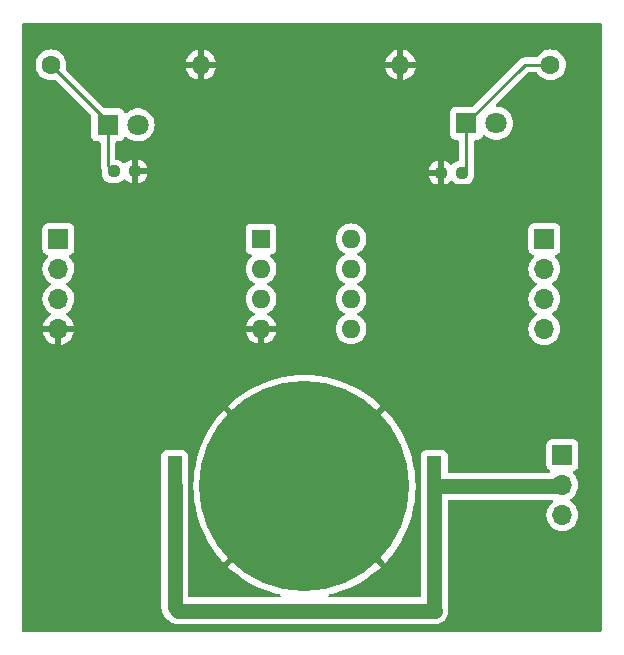
<source format=gbr>
%TF.GenerationSoftware,KiCad,Pcbnew,8.0.8*%
%TF.CreationDate,2025-02-18T10:54:12-06:00*%
%TF.ProjectId,ATTinyFlashLEDs_noSwitch,41545469-6e79-4466-9c61-73684c454473,rev?*%
%TF.SameCoordinates,Original*%
%TF.FileFunction,Copper,L2,Bot*%
%TF.FilePolarity,Positive*%
%FSLAX46Y46*%
G04 Gerber Fmt 4.6, Leading zero omitted, Abs format (unit mm)*
G04 Created by KiCad (PCBNEW 8.0.8) date 2025-02-18 10:54:12*
%MOMM*%
%LPD*%
G01*
G04 APERTURE LIST*
G04 Aperture macros list*
%AMRoundRect*
0 Rectangle with rounded corners*
0 $1 Rounding radius*
0 $2 $3 $4 $5 $6 $7 $8 $9 X,Y pos of 4 corners*
0 Add a 4 corners polygon primitive as box body*
4,1,4,$2,$3,$4,$5,$6,$7,$8,$9,$2,$3,0*
0 Add four circle primitives for the rounded corners*
1,1,$1+$1,$2,$3*
1,1,$1+$1,$4,$5*
1,1,$1+$1,$6,$7*
1,1,$1+$1,$8,$9*
0 Add four rect primitives between the rounded corners*
20,1,$1+$1,$2,$3,$4,$5,0*
20,1,$1+$1,$4,$5,$6,$7,0*
20,1,$1+$1,$6,$7,$8,$9,0*
20,1,$1+$1,$8,$9,$2,$3,0*%
G04 Aperture macros list end*
%TA.AperFunction,ComponentPad*%
%ADD10R,1.600000X1.600000*%
%TD*%
%TA.AperFunction,ComponentPad*%
%ADD11O,1.600000X1.600000*%
%TD*%
%TA.AperFunction,ComponentPad*%
%ADD12R,1.700000X1.700000*%
%TD*%
%TA.AperFunction,ComponentPad*%
%ADD13O,1.700000X1.700000*%
%TD*%
%TA.AperFunction,ComponentPad*%
%ADD14C,1.600000*%
%TD*%
%TA.AperFunction,ComponentPad*%
%ADD15R,1.800000X1.800000*%
%TD*%
%TA.AperFunction,ComponentPad*%
%ADD16C,1.800000*%
%TD*%
%TA.AperFunction,SMDPad,CuDef*%
%ADD17R,1.270000X5.080000*%
%TD*%
%TA.AperFunction,SMDPad,CuDef*%
%ADD18C,17.800000*%
%TD*%
%TA.AperFunction,SMDPad,CuDef*%
%ADD19RoundRect,0.237500X0.250000X0.237500X-0.250000X0.237500X-0.250000X-0.237500X0.250000X-0.237500X0*%
%TD*%
%TA.AperFunction,SMDPad,CuDef*%
%ADD20RoundRect,0.237500X-0.250000X-0.237500X0.250000X-0.237500X0.250000X0.237500X-0.250000X0.237500X0*%
%TD*%
%TA.AperFunction,ViaPad*%
%ADD21C,0.600000*%
%TD*%
%TA.AperFunction,Conductor*%
%ADD22C,0.254000*%
%TD*%
%TA.AperFunction,Conductor*%
%ADD23C,1.270000*%
%TD*%
G04 APERTURE END LIST*
D10*
%TO.P,U1,1,~{RESET}/PB5*%
%TO.N,Net-(J1-Pin_1)*%
X115707000Y-86116000D03*
D11*
%TO.P,U1,2,XTAL1/PB3*%
%TO.N,Net-(J1-Pin_2)*%
X115707000Y-88656000D03*
%TO.P,U1,3,XTAL2/PB4*%
%TO.N,Net-(J1-Pin_3)*%
X115707000Y-91196000D03*
%TO.P,U1,4,GND*%
%TO.N,GND*%
X115707000Y-93736000D03*
%TO.P,U1,5,AREF/PB0*%
%TO.N,Net-(J2-Pin_4)*%
X123327000Y-93736000D03*
%TO.P,U1,6,PB1*%
%TO.N,Net-(D1-A)*%
X123327000Y-91196000D03*
%TO.P,U1,7,PB2*%
%TO.N,Net-(D2-A)*%
X123327000Y-88656000D03*
%TO.P,U1,8,VCC*%
%TO.N,Net-(J2-Pin_1)*%
X123327000Y-86116000D03*
%TD*%
D12*
%TO.P,J1,1,Pin_1*%
%TO.N,Net-(J1-Pin_1)*%
X98552000Y-86106000D03*
D13*
%TO.P,J1,2,Pin_2*%
%TO.N,Net-(J1-Pin_2)*%
X98552000Y-88646000D03*
%TO.P,J1,3,Pin_3*%
%TO.N,Net-(J1-Pin_3)*%
X98552000Y-91186000D03*
%TO.P,J1,4,Pin_4*%
%TO.N,GND*%
X98552000Y-93726000D03*
%TD*%
D14*
%TO.P,R4,1*%
%TO.N,Net-(D1-K)*%
X97917000Y-71374000D03*
D11*
%TO.P,R4,2*%
%TO.N,GND*%
X110617000Y-71374000D03*
%TD*%
D15*
%TO.P,D2,1,K*%
%TO.N,Net-(D2-K)*%
X133096000Y-76327000D03*
D16*
%TO.P,D2,2,A*%
%TO.N,Net-(D2-A)*%
X135636000Y-76327000D03*
%TD*%
D12*
%TO.P,J3,1,Pin_1*%
%TO.N,Net-(J2-Pin_1)*%
X141224000Y-104409000D03*
D13*
%TO.P,J3,2,Pin_2*%
%TO.N,+3V0*%
X141224000Y-106949000D03*
%TO.P,J3,3,Pin_3*%
%TO.N,unconnected-(J3-Pin_3-Pad3)*%
X141224000Y-109489000D03*
%TD*%
D15*
%TO.P,D1,1,K*%
%TO.N,Net-(D1-K)*%
X102743000Y-76454000D03*
D16*
%TO.P,D1,2,A*%
%TO.N,Net-(D1-A)*%
X105283000Y-76454000D03*
%TD*%
D12*
%TO.P,J2,1,Pin_1*%
%TO.N,Net-(J2-Pin_1)*%
X139700000Y-86116000D03*
D13*
%TO.P,J2,2,Pin_2*%
%TO.N,Net-(D2-A)*%
X139700000Y-88656000D03*
%TO.P,J2,3,Pin_3*%
%TO.N,Net-(D1-A)*%
X139700000Y-91196000D03*
%TO.P,J2,4,Pin_4*%
%TO.N,Net-(J2-Pin_4)*%
X139700000Y-93736000D03*
%TD*%
D14*
%TO.P,R3,1*%
%TO.N,Net-(D2-K)*%
X140208000Y-71374000D03*
D11*
%TO.P,R3,2*%
%TO.N,GND*%
X127508000Y-71374000D03*
%TD*%
D17*
%TO.P,BT1,1,+*%
%TO.N,+3V0*%
X130365000Y-107061000D03*
X108395000Y-107061000D03*
D18*
%TO.P,BT1,2,-*%
%TO.N,GND*%
X119380000Y-107061000D03*
%TD*%
D19*
%TO.P,R2,1*%
%TO.N,Net-(D2-K)*%
X132738500Y-80518000D03*
%TO.P,R2,2*%
%TO.N,GND*%
X130913500Y-80518000D03*
%TD*%
D20*
%TO.P,R1,1*%
%TO.N,Net-(D1-K)*%
X103227500Y-80391000D03*
%TO.P,R1,2*%
%TO.N,GND*%
X105052500Y-80391000D03*
%TD*%
D21*
%TO.N,GND*%
X97536000Y-76708000D03*
X100076000Y-79248000D03*
X100076000Y-69088000D03*
X107696000Y-69088000D03*
X107696000Y-74168000D03*
X105156000Y-71628000D03*
X133096000Y-71628000D03*
X140716000Y-76708000D03*
X138176000Y-81788000D03*
X128016000Y-76708000D03*
X128016000Y-81788000D03*
X128016000Y-86868000D03*
X130556000Y-84328000D03*
X97536000Y-102108000D03*
X100076000Y-107188000D03*
X97536000Y-109728000D03*
X97536000Y-114808000D03*
X100076000Y-117348000D03*
X100076000Y-112268000D03*
X102616000Y-114808000D03*
X105156000Y-112268000D03*
X105156000Y-117348000D03*
X133096000Y-117348000D03*
X143256000Y-117348000D03*
X138176000Y-117348000D03*
X140716000Y-114808000D03*
X138176000Y-112268000D03*
X135636000Y-114808000D03*
X133096000Y-112268000D03*
X135636000Y-109728000D03*
X133096000Y-99568000D03*
X130556000Y-97028000D03*
X125476000Y-97028000D03*
X107696000Y-99568000D03*
X112776000Y-94488000D03*
X110236000Y-97028000D03*
X107696000Y-94488000D03*
X105156000Y-97028000D03*
X102616000Y-94488000D03*
X110236000Y-84328000D03*
X110236000Y-81788000D03*
X107696000Y-81788000D03*
X107696000Y-79248000D03*
X120396000Y-81788000D03*
X115316000Y-76708000D03*
X117856000Y-79248000D03*
X120396000Y-76708000D03*
X120396000Y-71628000D03*
X117856000Y-74168000D03*
X115316000Y-71628000D03*
X112776000Y-74168000D03*
X120396000Y-69088000D03*
X117856000Y-69088000D03*
X115316000Y-69088000D03*
X112776000Y-69088000D03*
%TD*%
D22*
%TO.N,Net-(D1-K)*%
X97917000Y-71374000D02*
X102743000Y-76200000D01*
X102743000Y-79906500D02*
X103227500Y-80391000D01*
X102743000Y-76454000D02*
X102743000Y-79906500D01*
X102743000Y-76200000D02*
X102743000Y-76454000D01*
%TO.N,Net-(D2-K)*%
X138049000Y-71374000D02*
X133096000Y-76327000D01*
X133096000Y-76327000D02*
X133096000Y-80160500D01*
X140208000Y-71374000D02*
X138049000Y-71374000D01*
X133096000Y-80160500D02*
X132738500Y-80518000D01*
D23*
%TO.N,+3V0*%
X130365000Y-107061000D02*
X130365000Y-117538000D01*
X130365000Y-107061000D02*
X141112000Y-107061000D01*
X108712000Y-117602000D02*
X108395000Y-117285000D01*
X141112000Y-107061000D02*
X141224000Y-106949000D01*
X130429000Y-117602000D02*
X108712000Y-117602000D01*
X108395000Y-117285000D02*
X108395000Y-107061000D01*
X130365000Y-117538000D02*
X130429000Y-117602000D01*
%TD*%
%TA.AperFunction,Conductor*%
%TO.N,GND*%
G36*
X144476539Y-67830185D02*
G01*
X144522294Y-67882989D01*
X144533500Y-67934500D01*
X144533500Y-119263500D01*
X144513815Y-119330539D01*
X144461011Y-119376294D01*
X144409500Y-119387500D01*
X95620500Y-119387500D01*
X95553461Y-119367815D01*
X95507706Y-119315011D01*
X95496500Y-119263500D01*
X95496500Y-104473135D01*
X107259500Y-104473135D01*
X107259500Y-117374370D01*
X107287458Y-117550894D01*
X107312306Y-117627366D01*
X107342692Y-117720885D01*
X107417596Y-117867891D01*
X107423833Y-117880132D01*
X107491946Y-117973881D01*
X107528889Y-118024728D01*
X107845889Y-118341728D01*
X107972272Y-118468111D01*
X108068669Y-118538148D01*
X108116869Y-118573168D01*
X108199708Y-118615375D01*
X108276119Y-118654309D01*
X108317802Y-118667851D01*
X108317804Y-118667853D01*
X108317805Y-118667853D01*
X108349880Y-118678275D01*
X108446103Y-118709541D01*
X108521759Y-118721523D01*
X108622630Y-118737500D01*
X108622634Y-118737500D01*
X130518372Y-118737500D01*
X130598607Y-118724791D01*
X130694897Y-118709541D01*
X130864881Y-118654309D01*
X131024132Y-118573167D01*
X131168729Y-118468111D01*
X131295111Y-118341729D01*
X131400167Y-118197132D01*
X131481309Y-118037881D01*
X131536541Y-117867897D01*
X131559826Y-117720881D01*
X131564500Y-117691372D01*
X131564500Y-117512629D01*
X131536541Y-117336105D01*
X131536541Y-117336103D01*
X131506569Y-117243859D01*
X131500500Y-117205541D01*
X131500500Y-108320500D01*
X131520185Y-108253461D01*
X131572989Y-108207706D01*
X131624500Y-108196500D01*
X140322078Y-108196500D01*
X140389117Y-108216185D01*
X140434872Y-108268989D01*
X140444816Y-108338147D01*
X140415791Y-108401703D01*
X140393201Y-108422075D01*
X140352596Y-108450506D01*
X140185505Y-108617597D01*
X140049965Y-108811169D01*
X140049964Y-108811171D01*
X139950098Y-109025335D01*
X139950094Y-109025344D01*
X139888938Y-109253586D01*
X139888936Y-109253596D01*
X139868341Y-109488999D01*
X139868341Y-109489000D01*
X139888936Y-109724403D01*
X139888938Y-109724413D01*
X139950094Y-109952655D01*
X139950096Y-109952659D01*
X139950097Y-109952663D01*
X140011408Y-110084144D01*
X140049965Y-110166830D01*
X140049967Y-110166834D01*
X140158281Y-110321521D01*
X140185505Y-110360401D01*
X140352599Y-110527495D01*
X140449384Y-110595265D01*
X140546165Y-110663032D01*
X140546167Y-110663033D01*
X140546170Y-110663035D01*
X140760337Y-110762903D01*
X140988592Y-110824063D01*
X141176918Y-110840539D01*
X141223999Y-110844659D01*
X141224000Y-110844659D01*
X141224001Y-110844659D01*
X141263234Y-110841226D01*
X141459408Y-110824063D01*
X141687663Y-110762903D01*
X141901830Y-110663035D01*
X142095401Y-110527495D01*
X142262495Y-110360401D01*
X142398035Y-110166830D01*
X142497903Y-109952663D01*
X142559063Y-109724408D01*
X142579659Y-109489000D01*
X142559063Y-109253592D01*
X142497903Y-109025337D01*
X142398035Y-108811171D01*
X142262495Y-108617599D01*
X142262494Y-108617597D01*
X142095402Y-108450506D01*
X142095396Y-108450501D01*
X141909842Y-108320575D01*
X141866217Y-108265998D01*
X141859023Y-108196500D01*
X141890546Y-108134145D01*
X141909842Y-108117425D01*
X141932026Y-108101891D01*
X142095401Y-107987495D01*
X142262495Y-107820401D01*
X142398035Y-107626830D01*
X142497903Y-107412663D01*
X142559063Y-107184408D01*
X142579659Y-106949000D01*
X142559063Y-106713592D01*
X142497903Y-106485337D01*
X142398035Y-106271171D01*
X142262495Y-106077599D01*
X142140567Y-105955671D01*
X142107084Y-105894351D01*
X142112068Y-105824659D01*
X142153939Y-105768725D01*
X142184915Y-105751810D01*
X142316331Y-105702796D01*
X142431546Y-105616546D01*
X142517796Y-105501331D01*
X142568091Y-105366483D01*
X142574500Y-105306873D01*
X142574499Y-103511128D01*
X142568091Y-103451517D01*
X142517796Y-103316669D01*
X142517795Y-103316668D01*
X142517793Y-103316664D01*
X142431547Y-103201455D01*
X142431544Y-103201452D01*
X142316335Y-103115206D01*
X142316328Y-103115202D01*
X142181482Y-103064908D01*
X142181483Y-103064908D01*
X142121883Y-103058501D01*
X142121881Y-103058500D01*
X142121873Y-103058500D01*
X142121864Y-103058500D01*
X140326129Y-103058500D01*
X140326123Y-103058501D01*
X140266516Y-103064908D01*
X140131671Y-103115202D01*
X140131664Y-103115206D01*
X140016455Y-103201452D01*
X140016452Y-103201455D01*
X139930206Y-103316664D01*
X139930202Y-103316671D01*
X139879908Y-103451517D01*
X139873501Y-103511116D01*
X139873501Y-103511123D01*
X139873500Y-103511135D01*
X139873500Y-105306870D01*
X139873501Y-105306876D01*
X139879908Y-105366483D01*
X139930202Y-105501328D01*
X139930206Y-105501335D01*
X140016452Y-105616544D01*
X140016455Y-105616547D01*
X140130917Y-105702234D01*
X140172788Y-105758168D01*
X140177772Y-105827859D01*
X140144286Y-105889182D01*
X140082963Y-105922666D01*
X140056606Y-105925500D01*
X131624499Y-105925500D01*
X131557460Y-105905815D01*
X131511705Y-105853011D01*
X131500499Y-105801500D01*
X131500499Y-104473129D01*
X131500498Y-104473123D01*
X131500497Y-104473116D01*
X131494091Y-104413517D01*
X131443796Y-104278669D01*
X131443795Y-104278668D01*
X131443793Y-104278664D01*
X131357547Y-104163455D01*
X131357544Y-104163452D01*
X131242335Y-104077206D01*
X131242328Y-104077202D01*
X131107482Y-104026908D01*
X131107483Y-104026908D01*
X131047883Y-104020501D01*
X131047881Y-104020500D01*
X131047873Y-104020500D01*
X131047864Y-104020500D01*
X129682129Y-104020500D01*
X129682123Y-104020501D01*
X129622516Y-104026908D01*
X129487671Y-104077202D01*
X129487664Y-104077206D01*
X129372455Y-104163452D01*
X129372452Y-104163455D01*
X129286206Y-104278664D01*
X129286202Y-104278671D01*
X129235908Y-104413517D01*
X129229501Y-104473116D01*
X129229501Y-104473123D01*
X129229500Y-104473135D01*
X129229500Y-116342500D01*
X129209815Y-116409539D01*
X129157011Y-116455294D01*
X129105500Y-116466500D01*
X121515675Y-116466500D01*
X121448636Y-116446815D01*
X121402881Y-116394011D01*
X121392937Y-116324853D01*
X121421962Y-116261297D01*
X121480740Y-116223523D01*
X121487518Y-116221739D01*
X121814201Y-116145567D01*
X121814209Y-116145564D01*
X122403144Y-115966913D01*
X122403159Y-115966908D01*
X122979132Y-115750127D01*
X122979155Y-115750118D01*
X123539732Y-115496123D01*
X123539759Y-115496110D01*
X124082504Y-115206008D01*
X124082526Y-115205995D01*
X124605145Y-114881010D01*
X124605155Y-114881004D01*
X125105422Y-114522517D01*
X125581161Y-114132087D01*
X125581181Y-114132070D01*
X125847800Y-113882354D01*
X125847801Y-113882354D01*
X119380000Y-107414553D01*
X112912198Y-113882354D01*
X113178818Y-114132070D01*
X113178838Y-114132087D01*
X113654577Y-114522517D01*
X113654576Y-114522517D01*
X114154844Y-114881004D01*
X114154854Y-114881010D01*
X114677473Y-115205995D01*
X114677495Y-115206008D01*
X115220240Y-115496110D01*
X115220267Y-115496123D01*
X115780844Y-115750118D01*
X115780867Y-115750127D01*
X116356840Y-115966908D01*
X116356855Y-115966913D01*
X116945790Y-116145564D01*
X116945798Y-116145567D01*
X117272482Y-116221739D01*
X117333301Y-116256133D01*
X117365870Y-116317947D01*
X117359849Y-116387557D01*
X117317151Y-116442861D01*
X117251330Y-116466302D01*
X117244325Y-116466500D01*
X109654500Y-116466500D01*
X109587461Y-116446815D01*
X109541706Y-116394011D01*
X109530500Y-116342500D01*
X109530500Y-107061000D01*
X109974964Y-107061000D01*
X109995101Y-107676130D01*
X110055424Y-108288598D01*
X110155678Y-108895828D01*
X110295432Y-109495201D01*
X110295435Y-109495209D01*
X110474086Y-110084144D01*
X110474091Y-110084159D01*
X110690872Y-110660132D01*
X110690881Y-110660155D01*
X110944876Y-111220732D01*
X110944889Y-111220759D01*
X111234991Y-111763504D01*
X111235004Y-111763526D01*
X111559989Y-112286145D01*
X111559995Y-112286155D01*
X111918482Y-112786422D01*
X112308912Y-113262161D01*
X112308929Y-113262181D01*
X112558645Y-113528801D01*
X119026446Y-107061000D01*
X119026446Y-107060999D01*
X119733553Y-107060999D01*
X119733553Y-107061000D01*
X126201353Y-113528801D01*
X126201354Y-113528800D01*
X126451070Y-113262181D01*
X126451087Y-113262161D01*
X126841517Y-112786422D01*
X127200004Y-112286155D01*
X127200010Y-112286145D01*
X127524995Y-111763526D01*
X127525008Y-111763504D01*
X127815110Y-111220759D01*
X127815123Y-111220732D01*
X128069118Y-110660155D01*
X128069127Y-110660132D01*
X128285908Y-110084159D01*
X128285913Y-110084144D01*
X128464564Y-109495209D01*
X128464567Y-109495201D01*
X128604321Y-108895828D01*
X128704575Y-108288598D01*
X128764898Y-107676130D01*
X128785035Y-107061000D01*
X128764898Y-106445869D01*
X128704575Y-105833401D01*
X128604321Y-105226171D01*
X128464567Y-104626798D01*
X128464564Y-104626790D01*
X128285913Y-104037855D01*
X128285908Y-104037840D01*
X128069127Y-103461867D01*
X128069118Y-103461844D01*
X127815123Y-102901267D01*
X127815110Y-102901240D01*
X127525008Y-102358495D01*
X127524995Y-102358473D01*
X127200010Y-101835854D01*
X127200004Y-101835844D01*
X126841517Y-101335577D01*
X126451087Y-100859838D01*
X126451070Y-100859818D01*
X126201354Y-100593198D01*
X119733553Y-107060999D01*
X119026446Y-107060999D01*
X112558645Y-100593198D01*
X112308914Y-100859835D01*
X112308912Y-100859838D01*
X111918482Y-101335577D01*
X111559995Y-101835844D01*
X111559989Y-101835854D01*
X111235004Y-102358473D01*
X111234991Y-102358495D01*
X110944889Y-102901240D01*
X110944876Y-102901267D01*
X110690881Y-103461844D01*
X110690872Y-103461867D01*
X110474091Y-104037840D01*
X110474086Y-104037855D01*
X110295435Y-104626790D01*
X110295432Y-104626798D01*
X110155678Y-105226171D01*
X110055424Y-105833401D01*
X109995101Y-106445869D01*
X109974964Y-107061000D01*
X109530500Y-107061000D01*
X109530500Y-106964039D01*
X109530499Y-106964021D01*
X109530499Y-104473129D01*
X109530498Y-104473123D01*
X109530497Y-104473116D01*
X109524091Y-104413517D01*
X109473796Y-104278669D01*
X109473795Y-104278668D01*
X109473793Y-104278664D01*
X109387547Y-104163455D01*
X109387544Y-104163452D01*
X109272335Y-104077206D01*
X109272328Y-104077202D01*
X109137482Y-104026908D01*
X109137483Y-104026908D01*
X109077883Y-104020501D01*
X109077881Y-104020500D01*
X109077873Y-104020500D01*
X109077864Y-104020500D01*
X107712129Y-104020500D01*
X107712123Y-104020501D01*
X107652516Y-104026908D01*
X107517671Y-104077202D01*
X107517664Y-104077206D01*
X107402455Y-104163452D01*
X107402452Y-104163455D01*
X107316206Y-104278664D01*
X107316202Y-104278671D01*
X107265908Y-104413517D01*
X107259501Y-104473116D01*
X107259501Y-104473123D01*
X107259500Y-104473135D01*
X95496500Y-104473135D01*
X95496500Y-100239645D01*
X112912198Y-100239645D01*
X119379999Y-106707446D01*
X125847801Y-100239645D01*
X125581181Y-99989929D01*
X125581161Y-99989912D01*
X125105422Y-99599482D01*
X125105423Y-99599482D01*
X124605155Y-99240995D01*
X124605145Y-99240989D01*
X124082526Y-98916004D01*
X124082504Y-98915991D01*
X123539759Y-98625889D01*
X123539732Y-98625876D01*
X122979155Y-98371881D01*
X122979132Y-98371872D01*
X122403159Y-98155091D01*
X122403144Y-98155086D01*
X121814209Y-97976435D01*
X121814201Y-97976432D01*
X121214828Y-97836678D01*
X120607598Y-97736424D01*
X119995130Y-97676101D01*
X119380000Y-97655964D01*
X118764869Y-97676101D01*
X118152401Y-97736424D01*
X117545171Y-97836678D01*
X116945798Y-97976432D01*
X116945790Y-97976435D01*
X116356855Y-98155086D01*
X116356840Y-98155091D01*
X115780867Y-98371872D01*
X115780844Y-98371881D01*
X115220267Y-98625876D01*
X115220240Y-98625889D01*
X114677495Y-98915991D01*
X114677473Y-98916004D01*
X114154854Y-99240989D01*
X114154844Y-99240995D01*
X113654577Y-99599482D01*
X113178838Y-99989912D01*
X113178835Y-99989914D01*
X112912198Y-100239645D01*
X95496500Y-100239645D01*
X95496500Y-88645999D01*
X97196341Y-88645999D01*
X97196341Y-88646000D01*
X97216936Y-88881403D01*
X97216938Y-88881413D01*
X97278094Y-89109655D01*
X97278096Y-89109659D01*
X97278097Y-89109663D01*
X97282761Y-89119664D01*
X97377965Y-89323830D01*
X97377967Y-89323834D01*
X97513501Y-89517395D01*
X97513506Y-89517402D01*
X97680597Y-89684493D01*
X97680603Y-89684498D01*
X97866158Y-89814425D01*
X97909783Y-89869002D01*
X97916977Y-89938500D01*
X97885454Y-90000855D01*
X97866158Y-90017575D01*
X97680597Y-90147505D01*
X97513505Y-90314597D01*
X97377965Y-90508169D01*
X97377964Y-90508171D01*
X97278098Y-90722335D01*
X97278094Y-90722344D01*
X97216938Y-90950586D01*
X97216936Y-90950596D01*
X97196341Y-91185999D01*
X97196341Y-91186000D01*
X97216936Y-91421403D01*
X97216938Y-91421413D01*
X97278094Y-91649655D01*
X97278096Y-91649659D01*
X97278097Y-91649663D01*
X97282761Y-91659664D01*
X97377965Y-91863830D01*
X97377967Y-91863834D01*
X97513501Y-92057395D01*
X97513506Y-92057402D01*
X97680597Y-92224493D01*
X97680603Y-92224498D01*
X97694880Y-92234495D01*
X97865398Y-92353893D01*
X97866594Y-92354730D01*
X97910219Y-92409307D01*
X97917413Y-92478805D01*
X97885890Y-92541160D01*
X97866595Y-92557880D01*
X97680922Y-92687890D01*
X97680920Y-92687891D01*
X97513891Y-92854920D01*
X97513886Y-92854926D01*
X97378400Y-93048420D01*
X97378399Y-93048422D01*
X97278570Y-93262507D01*
X97278567Y-93262513D01*
X97221364Y-93475999D01*
X97221364Y-93476000D01*
X98118988Y-93476000D01*
X98086075Y-93533007D01*
X98052000Y-93660174D01*
X98052000Y-93791826D01*
X98086075Y-93918993D01*
X98118988Y-93976000D01*
X97221364Y-93976000D01*
X97278567Y-94189486D01*
X97278570Y-94189492D01*
X97378399Y-94403578D01*
X97513894Y-94597082D01*
X97680917Y-94764105D01*
X97874421Y-94899600D01*
X98088507Y-94999429D01*
X98088516Y-94999433D01*
X98302000Y-95056634D01*
X98302000Y-94159012D01*
X98359007Y-94191925D01*
X98486174Y-94226000D01*
X98617826Y-94226000D01*
X98744993Y-94191925D01*
X98802000Y-94159012D01*
X98802000Y-95056633D01*
X99015483Y-94999433D01*
X99015492Y-94999429D01*
X99229578Y-94899600D01*
X99423082Y-94764105D01*
X99590105Y-94597082D01*
X99725600Y-94403578D01*
X99825429Y-94189492D01*
X99825432Y-94189486D01*
X99882636Y-93976000D01*
X98985012Y-93976000D01*
X99017925Y-93918993D01*
X99052000Y-93791826D01*
X99052000Y-93660174D01*
X99017925Y-93533007D01*
X98985012Y-93476000D01*
X99882636Y-93476000D01*
X99882635Y-93475999D01*
X99825432Y-93262513D01*
X99825429Y-93262507D01*
X99725600Y-93048422D01*
X99725599Y-93048420D01*
X99590113Y-92854926D01*
X99590108Y-92854920D01*
X99423078Y-92687890D01*
X99237405Y-92557879D01*
X99193780Y-92503302D01*
X99186588Y-92433804D01*
X99218110Y-92371449D01*
X99237406Y-92354730D01*
X99423401Y-92224495D01*
X99590495Y-92057401D01*
X99726035Y-91863830D01*
X99825903Y-91649663D01*
X99887063Y-91421408D01*
X99907659Y-91186000D01*
X99887063Y-90950592D01*
X99828584Y-90732344D01*
X99825905Y-90722344D01*
X99825904Y-90722343D01*
X99825903Y-90722337D01*
X99726035Y-90508171D01*
X99590495Y-90314599D01*
X99590494Y-90314597D01*
X99423402Y-90147506D01*
X99423396Y-90147501D01*
X99237842Y-90017575D01*
X99194217Y-89962998D01*
X99187023Y-89893500D01*
X99218546Y-89831145D01*
X99237842Y-89814425D01*
X99409115Y-89694498D01*
X99423401Y-89684495D01*
X99590495Y-89517401D01*
X99726035Y-89323830D01*
X99825903Y-89109663D01*
X99887063Y-88881408D01*
X99906784Y-88655998D01*
X114401532Y-88655998D01*
X114401532Y-88656001D01*
X114421364Y-88882686D01*
X114421366Y-88882697D01*
X114480258Y-89102488D01*
X114480261Y-89102497D01*
X114576431Y-89308732D01*
X114576432Y-89308734D01*
X114706954Y-89495141D01*
X114867858Y-89656045D01*
X114867861Y-89656047D01*
X115054266Y-89786568D01*
X115112275Y-89813618D01*
X115164714Y-89859791D01*
X115183866Y-89926984D01*
X115163650Y-89993865D01*
X115112275Y-90038382D01*
X115054267Y-90065431D01*
X115054265Y-90065432D01*
X114867858Y-90195954D01*
X114706954Y-90356858D01*
X114576432Y-90543265D01*
X114576431Y-90543267D01*
X114480261Y-90749502D01*
X114480258Y-90749511D01*
X114421366Y-90969302D01*
X114421364Y-90969313D01*
X114401532Y-91195998D01*
X114401532Y-91196001D01*
X114421364Y-91422686D01*
X114421366Y-91422697D01*
X114480258Y-91642488D01*
X114480261Y-91642497D01*
X114576431Y-91848732D01*
X114576432Y-91848734D01*
X114706954Y-92035141D01*
X114867858Y-92196045D01*
X114867861Y-92196047D01*
X115054266Y-92326568D01*
X115112865Y-92353893D01*
X115165305Y-92400065D01*
X115184457Y-92467258D01*
X115164242Y-92534139D01*
X115112867Y-92578657D01*
X115054515Y-92605867D01*
X114868179Y-92736342D01*
X114707342Y-92897179D01*
X114576865Y-93083517D01*
X114480734Y-93289673D01*
X114480730Y-93289682D01*
X114428127Y-93485999D01*
X114428128Y-93486000D01*
X115391314Y-93486000D01*
X115386920Y-93490394D01*
X115334259Y-93581606D01*
X115307000Y-93683339D01*
X115307000Y-93788661D01*
X115334259Y-93890394D01*
X115386920Y-93981606D01*
X115391314Y-93986000D01*
X114428128Y-93986000D01*
X114480730Y-94182317D01*
X114480734Y-94182326D01*
X114576865Y-94388482D01*
X114707342Y-94574820D01*
X114868179Y-94735657D01*
X115054517Y-94866134D01*
X115260673Y-94962265D01*
X115260682Y-94962269D01*
X115456999Y-95014872D01*
X115457000Y-95014871D01*
X115457000Y-94051686D01*
X115461394Y-94056080D01*
X115552606Y-94108741D01*
X115654339Y-94136000D01*
X115759661Y-94136000D01*
X115861394Y-94108741D01*
X115952606Y-94056080D01*
X115957000Y-94051686D01*
X115957000Y-95014872D01*
X116153317Y-94962269D01*
X116153326Y-94962265D01*
X116359482Y-94866134D01*
X116545820Y-94735657D01*
X116706657Y-94574820D01*
X116837134Y-94388482D01*
X116933265Y-94182326D01*
X116933269Y-94182317D01*
X116985872Y-93986000D01*
X116022686Y-93986000D01*
X116027080Y-93981606D01*
X116079741Y-93890394D01*
X116107000Y-93788661D01*
X116107000Y-93683339D01*
X116079741Y-93581606D01*
X116027080Y-93490394D01*
X116022686Y-93486000D01*
X116985872Y-93486000D01*
X116985872Y-93485999D01*
X116933269Y-93289682D01*
X116933265Y-93289673D01*
X116837134Y-93083517D01*
X116706657Y-92897179D01*
X116545820Y-92736342D01*
X116359482Y-92605865D01*
X116301133Y-92578657D01*
X116248694Y-92532484D01*
X116229542Y-92465291D01*
X116249758Y-92398410D01*
X116301129Y-92353895D01*
X116359734Y-92326568D01*
X116546139Y-92196047D01*
X116707047Y-92035139D01*
X116837568Y-91848734D01*
X116933739Y-91642496D01*
X116992635Y-91422692D01*
X117012468Y-91196000D01*
X116992635Y-90969308D01*
X116933739Y-90749504D01*
X116837568Y-90543266D01*
X116707047Y-90356861D01*
X116707045Y-90356858D01*
X116546141Y-90195954D01*
X116359734Y-90065432D01*
X116359728Y-90065429D01*
X116301725Y-90038382D01*
X116249285Y-89992210D01*
X116230133Y-89925017D01*
X116250348Y-89858135D01*
X116301725Y-89813618D01*
X116359734Y-89786568D01*
X116546139Y-89656047D01*
X116707047Y-89495139D01*
X116837568Y-89308734D01*
X116933739Y-89102496D01*
X116992635Y-88882692D01*
X117012468Y-88656000D01*
X116992635Y-88429308D01*
X116933739Y-88209504D01*
X116837568Y-88003266D01*
X116707047Y-87816861D01*
X116707045Y-87816858D01*
X116546143Y-87655956D01*
X116541454Y-87652673D01*
X116521535Y-87638725D01*
X116477912Y-87584149D01*
X116470719Y-87514650D01*
X116502241Y-87452296D01*
X116562471Y-87416882D01*
X116579404Y-87413861D01*
X116614483Y-87410091D01*
X116749331Y-87359796D01*
X116864546Y-87273546D01*
X116950796Y-87158331D01*
X117001091Y-87023483D01*
X117007500Y-86963873D01*
X117007499Y-86115998D01*
X122021532Y-86115998D01*
X122021532Y-86116001D01*
X122041364Y-86342686D01*
X122041366Y-86342697D01*
X122100258Y-86562488D01*
X122100261Y-86562497D01*
X122196431Y-86768732D01*
X122196432Y-86768734D01*
X122326954Y-86955141D01*
X122487858Y-87116045D01*
X122487861Y-87116047D01*
X122674266Y-87246568D01*
X122732275Y-87273618D01*
X122784714Y-87319791D01*
X122803866Y-87386984D01*
X122783650Y-87453865D01*
X122732275Y-87498381D01*
X122715272Y-87506310D01*
X122674267Y-87525431D01*
X122674265Y-87525432D01*
X122487858Y-87655954D01*
X122326954Y-87816858D01*
X122196432Y-88003265D01*
X122196431Y-88003267D01*
X122100261Y-88209502D01*
X122100258Y-88209511D01*
X122041366Y-88429302D01*
X122041364Y-88429313D01*
X122021532Y-88655998D01*
X122021532Y-88656001D01*
X122041364Y-88882686D01*
X122041366Y-88882697D01*
X122100258Y-89102488D01*
X122100261Y-89102497D01*
X122196431Y-89308732D01*
X122196432Y-89308734D01*
X122326954Y-89495141D01*
X122487858Y-89656045D01*
X122487861Y-89656047D01*
X122674266Y-89786568D01*
X122732275Y-89813618D01*
X122784714Y-89859791D01*
X122803866Y-89926984D01*
X122783650Y-89993865D01*
X122732275Y-90038382D01*
X122674267Y-90065431D01*
X122674265Y-90065432D01*
X122487858Y-90195954D01*
X122326954Y-90356858D01*
X122196432Y-90543265D01*
X122196431Y-90543267D01*
X122100261Y-90749502D01*
X122100258Y-90749511D01*
X122041366Y-90969302D01*
X122041364Y-90969313D01*
X122021532Y-91195998D01*
X122021532Y-91196001D01*
X122041364Y-91422686D01*
X122041366Y-91422697D01*
X122100258Y-91642488D01*
X122100261Y-91642497D01*
X122196431Y-91848732D01*
X122196432Y-91848734D01*
X122326954Y-92035141D01*
X122487858Y-92196045D01*
X122487861Y-92196047D01*
X122674266Y-92326568D01*
X122732275Y-92353618D01*
X122784714Y-92399791D01*
X122803866Y-92466984D01*
X122783650Y-92533865D01*
X122732275Y-92578382D01*
X122674267Y-92605431D01*
X122674265Y-92605432D01*
X122487858Y-92735954D01*
X122326954Y-92896858D01*
X122196432Y-93083265D01*
X122196431Y-93083267D01*
X122100261Y-93289502D01*
X122100258Y-93289511D01*
X122041366Y-93509302D01*
X122041364Y-93509313D01*
X122021532Y-93735998D01*
X122021532Y-93736001D01*
X122041364Y-93962686D01*
X122041366Y-93962697D01*
X122100258Y-94182488D01*
X122100261Y-94182497D01*
X122196431Y-94388732D01*
X122196432Y-94388734D01*
X122326954Y-94575141D01*
X122487858Y-94736045D01*
X122487861Y-94736047D01*
X122674266Y-94866568D01*
X122880504Y-94962739D01*
X123100308Y-95021635D01*
X123262230Y-95035801D01*
X123326998Y-95041468D01*
X123327000Y-95041468D01*
X123327002Y-95041468D01*
X123383673Y-95036509D01*
X123553692Y-95021635D01*
X123773496Y-94962739D01*
X123979734Y-94866568D01*
X124166139Y-94736047D01*
X124327047Y-94575139D01*
X124457568Y-94388734D01*
X124553739Y-94182496D01*
X124612635Y-93962692D01*
X124632468Y-93736000D01*
X124612635Y-93509308D01*
X124566198Y-93336000D01*
X124553741Y-93289511D01*
X124553738Y-93289502D01*
X124457568Y-93083267D01*
X124457567Y-93083265D01*
X124327045Y-92896858D01*
X124166141Y-92735954D01*
X123979734Y-92605432D01*
X123979728Y-92605429D01*
X123921725Y-92578382D01*
X123869285Y-92532210D01*
X123850133Y-92465017D01*
X123870348Y-92398135D01*
X123921725Y-92353618D01*
X123979734Y-92326568D01*
X124166139Y-92196047D01*
X124327047Y-92035139D01*
X124457568Y-91848734D01*
X124553739Y-91642496D01*
X124612635Y-91422692D01*
X124632468Y-91196000D01*
X124612635Y-90969308D01*
X124553739Y-90749504D01*
X124457568Y-90543266D01*
X124327047Y-90356861D01*
X124327045Y-90356858D01*
X124166141Y-90195954D01*
X123979734Y-90065432D01*
X123979728Y-90065429D01*
X123921725Y-90038382D01*
X123869285Y-89992210D01*
X123850133Y-89925017D01*
X123870348Y-89858135D01*
X123921725Y-89813618D01*
X123979734Y-89786568D01*
X124166139Y-89656047D01*
X124327047Y-89495139D01*
X124457568Y-89308734D01*
X124553739Y-89102496D01*
X124612635Y-88882692D01*
X124632468Y-88656000D01*
X124632468Y-88655999D01*
X138344341Y-88655999D01*
X138344341Y-88656000D01*
X138364936Y-88891403D01*
X138364938Y-88891413D01*
X138426094Y-89119655D01*
X138426096Y-89119659D01*
X138426097Y-89119663D01*
X138514262Y-89308732D01*
X138525965Y-89333830D01*
X138525967Y-89333834D01*
X138661501Y-89527395D01*
X138661506Y-89527402D01*
X138828597Y-89694493D01*
X138828603Y-89694498D01*
X139014158Y-89824425D01*
X139057783Y-89879002D01*
X139064977Y-89948500D01*
X139033454Y-90010855D01*
X139014158Y-90027575D01*
X138828597Y-90157505D01*
X138661505Y-90324597D01*
X138525965Y-90518169D01*
X138525964Y-90518171D01*
X138426098Y-90732335D01*
X138426094Y-90732344D01*
X138364938Y-90960586D01*
X138364936Y-90960596D01*
X138344341Y-91195999D01*
X138344341Y-91196000D01*
X138364936Y-91431403D01*
X138364938Y-91431413D01*
X138426094Y-91659655D01*
X138426096Y-91659659D01*
X138426097Y-91659663D01*
X138514262Y-91848732D01*
X138525965Y-91873830D01*
X138525967Y-91873834D01*
X138661501Y-92067395D01*
X138661506Y-92067402D01*
X138828597Y-92234493D01*
X138828603Y-92234498D01*
X139014158Y-92364425D01*
X139057783Y-92419002D01*
X139064977Y-92488500D01*
X139033454Y-92550855D01*
X139014158Y-92567575D01*
X138828597Y-92697505D01*
X138661505Y-92864597D01*
X138525965Y-93058169D01*
X138525964Y-93058171D01*
X138426098Y-93272335D01*
X138426094Y-93272344D01*
X138364938Y-93500586D01*
X138364936Y-93500596D01*
X138344341Y-93735999D01*
X138344341Y-93736000D01*
X138364936Y-93971403D01*
X138364938Y-93971413D01*
X138426094Y-94199655D01*
X138426096Y-94199659D01*
X138426097Y-94199663D01*
X138514145Y-94388482D01*
X138525965Y-94413830D01*
X138525967Y-94413834D01*
X138634281Y-94568521D01*
X138661505Y-94607401D01*
X138828599Y-94774495D01*
X138925384Y-94842265D01*
X139022165Y-94910032D01*
X139022167Y-94910033D01*
X139022170Y-94910035D01*
X139236337Y-95009903D01*
X139236343Y-95009904D01*
X139236344Y-95009905D01*
X139280114Y-95021633D01*
X139464592Y-95071063D01*
X139652918Y-95087539D01*
X139699999Y-95091659D01*
X139700000Y-95091659D01*
X139700001Y-95091659D01*
X139739234Y-95088226D01*
X139935408Y-95071063D01*
X140163663Y-95009903D01*
X140377830Y-94910035D01*
X140571401Y-94774495D01*
X140738495Y-94607401D01*
X140874035Y-94413830D01*
X140973903Y-94199663D01*
X141035063Y-93971408D01*
X141055659Y-93736000D01*
X141035063Y-93500592D01*
X140973903Y-93272337D01*
X140874035Y-93058171D01*
X140867208Y-93048420D01*
X140738494Y-92864597D01*
X140571402Y-92697506D01*
X140571396Y-92697501D01*
X140385842Y-92567575D01*
X140342217Y-92512998D01*
X140335023Y-92443500D01*
X140366546Y-92381145D01*
X140385842Y-92364425D01*
X140439910Y-92326566D01*
X140571401Y-92234495D01*
X140738495Y-92067401D01*
X140874035Y-91873830D01*
X140973903Y-91659663D01*
X141035063Y-91431408D01*
X141055659Y-91196000D01*
X141035063Y-90960592D01*
X140973903Y-90732337D01*
X140874035Y-90518171D01*
X140738495Y-90324599D01*
X140738494Y-90324597D01*
X140571402Y-90157506D01*
X140571396Y-90157501D01*
X140385842Y-90027575D01*
X140342217Y-89972998D01*
X140335023Y-89903500D01*
X140366546Y-89841145D01*
X140385842Y-89824425D01*
X140439909Y-89786567D01*
X140571401Y-89694495D01*
X140738495Y-89527401D01*
X140874035Y-89333830D01*
X140973903Y-89119663D01*
X141035063Y-88891408D01*
X141055659Y-88656000D01*
X141035063Y-88420592D01*
X140973903Y-88192337D01*
X140874035Y-87978171D01*
X140738495Y-87784599D01*
X140616567Y-87662671D01*
X140583084Y-87601351D01*
X140588068Y-87531659D01*
X140629939Y-87475725D01*
X140660915Y-87458810D01*
X140792331Y-87409796D01*
X140907546Y-87323546D01*
X140993796Y-87208331D01*
X141044091Y-87073483D01*
X141050500Y-87013873D01*
X141050499Y-85218128D01*
X141044091Y-85158517D01*
X141040361Y-85148517D01*
X140993797Y-85023671D01*
X140993793Y-85023664D01*
X140907547Y-84908455D01*
X140907544Y-84908452D01*
X140792335Y-84822206D01*
X140792328Y-84822202D01*
X140657482Y-84771908D01*
X140657483Y-84771908D01*
X140597883Y-84765501D01*
X140597881Y-84765500D01*
X140597873Y-84765500D01*
X140597864Y-84765500D01*
X138802129Y-84765500D01*
X138802123Y-84765501D01*
X138742516Y-84771908D01*
X138607671Y-84822202D01*
X138607664Y-84822206D01*
X138492455Y-84908452D01*
X138492452Y-84908455D01*
X138406206Y-85023664D01*
X138406202Y-85023671D01*
X138355908Y-85158517D01*
X138350575Y-85208127D01*
X138349501Y-85218123D01*
X138349500Y-85218135D01*
X138349500Y-87013870D01*
X138349501Y-87013876D01*
X138355908Y-87073483D01*
X138406202Y-87208328D01*
X138406206Y-87208335D01*
X138492452Y-87323544D01*
X138492455Y-87323547D01*
X138607664Y-87409793D01*
X138607671Y-87409797D01*
X138739081Y-87458810D01*
X138795015Y-87500681D01*
X138819432Y-87566145D01*
X138804580Y-87634418D01*
X138783430Y-87662673D01*
X138661503Y-87784600D01*
X138525965Y-87978169D01*
X138525964Y-87978171D01*
X138426098Y-88192335D01*
X138426094Y-88192344D01*
X138364938Y-88420586D01*
X138364936Y-88420596D01*
X138344341Y-88655999D01*
X124632468Y-88655999D01*
X124612635Y-88429308D01*
X124553739Y-88209504D01*
X124457568Y-88003266D01*
X124327047Y-87816861D01*
X124327045Y-87816858D01*
X124166141Y-87655954D01*
X123979734Y-87525432D01*
X123979728Y-87525429D01*
X123952038Y-87512517D01*
X123921724Y-87498381D01*
X123869285Y-87452210D01*
X123850133Y-87385017D01*
X123870348Y-87318135D01*
X123921725Y-87273618D01*
X123979734Y-87246568D01*
X124166139Y-87116047D01*
X124327047Y-86955139D01*
X124457568Y-86768734D01*
X124553739Y-86562496D01*
X124612635Y-86342692D01*
X124632468Y-86116000D01*
X124612635Y-85889308D01*
X124553739Y-85669504D01*
X124457568Y-85463266D01*
X124327047Y-85276861D01*
X124327045Y-85276858D01*
X124166141Y-85115954D01*
X123979734Y-84985432D01*
X123979732Y-84985431D01*
X123773497Y-84889261D01*
X123773488Y-84889258D01*
X123553697Y-84830366D01*
X123553693Y-84830365D01*
X123553692Y-84830365D01*
X123553691Y-84830364D01*
X123553686Y-84830364D01*
X123327002Y-84810532D01*
X123326998Y-84810532D01*
X123100313Y-84830364D01*
X123100302Y-84830366D01*
X122880511Y-84889258D01*
X122880502Y-84889261D01*
X122674267Y-84985431D01*
X122674265Y-84985432D01*
X122487858Y-85115954D01*
X122326954Y-85276858D01*
X122196432Y-85463265D01*
X122196431Y-85463267D01*
X122100261Y-85669502D01*
X122100258Y-85669511D01*
X122041366Y-85889302D01*
X122041364Y-85889313D01*
X122021532Y-86115998D01*
X117007499Y-86115998D01*
X117007499Y-85268128D01*
X117001091Y-85208517D01*
X117000946Y-85208129D01*
X116950797Y-85073671D01*
X116950793Y-85073664D01*
X116864547Y-84958455D01*
X116864544Y-84958452D01*
X116749335Y-84872206D01*
X116749328Y-84872202D01*
X116614482Y-84821908D01*
X116614483Y-84821908D01*
X116554883Y-84815501D01*
X116554881Y-84815500D01*
X116554873Y-84815500D01*
X116554864Y-84815500D01*
X114859129Y-84815500D01*
X114859123Y-84815501D01*
X114799516Y-84821908D01*
X114664671Y-84872202D01*
X114664664Y-84872206D01*
X114549455Y-84958452D01*
X114549452Y-84958455D01*
X114463206Y-85073664D01*
X114463202Y-85073671D01*
X114412908Y-85208517D01*
X114406501Y-85268116D01*
X114406501Y-85268123D01*
X114406500Y-85268135D01*
X114406500Y-86963870D01*
X114406501Y-86963876D01*
X114412908Y-87023483D01*
X114463202Y-87158328D01*
X114463206Y-87158335D01*
X114549452Y-87273544D01*
X114549455Y-87273547D01*
X114664664Y-87359793D01*
X114664671Y-87359797D01*
X114709618Y-87376561D01*
X114799517Y-87410091D01*
X114834596Y-87413862D01*
X114899144Y-87440599D01*
X114938993Y-87497991D01*
X114941488Y-87567816D01*
X114905836Y-87627905D01*
X114892464Y-87638725D01*
X114867858Y-87655954D01*
X114706954Y-87816858D01*
X114576432Y-88003265D01*
X114576431Y-88003267D01*
X114480261Y-88209502D01*
X114480258Y-88209511D01*
X114421366Y-88429302D01*
X114421364Y-88429313D01*
X114401532Y-88655998D01*
X99906784Y-88655998D01*
X99907659Y-88646000D01*
X99887063Y-88410592D01*
X99828584Y-88192344D01*
X99825905Y-88182344D01*
X99825904Y-88182343D01*
X99825903Y-88182337D01*
X99726035Y-87968171D01*
X99590495Y-87774599D01*
X99468567Y-87652671D01*
X99435084Y-87591351D01*
X99440068Y-87521659D01*
X99481939Y-87465725D01*
X99512915Y-87448810D01*
X99644331Y-87399796D01*
X99759546Y-87313546D01*
X99845796Y-87198331D01*
X99896091Y-87063483D01*
X99902500Y-87003873D01*
X99902499Y-85208128D01*
X99896091Y-85148517D01*
X99883945Y-85115953D01*
X99845797Y-85013671D01*
X99845793Y-85013664D01*
X99759547Y-84898455D01*
X99759544Y-84898452D01*
X99644335Y-84812206D01*
X99644328Y-84812202D01*
X99509482Y-84761908D01*
X99509483Y-84761908D01*
X99449883Y-84755501D01*
X99449881Y-84755500D01*
X99449873Y-84755500D01*
X99449864Y-84755500D01*
X97654129Y-84755500D01*
X97654123Y-84755501D01*
X97594516Y-84761908D01*
X97459671Y-84812202D01*
X97459664Y-84812206D01*
X97344455Y-84898452D01*
X97344452Y-84898455D01*
X97258206Y-85013664D01*
X97258202Y-85013671D01*
X97207908Y-85148517D01*
X97201501Y-85208116D01*
X97201501Y-85208123D01*
X97201500Y-85208135D01*
X97201500Y-87003870D01*
X97201501Y-87003876D01*
X97207908Y-87063483D01*
X97258202Y-87198328D01*
X97258206Y-87198335D01*
X97344452Y-87313544D01*
X97344455Y-87313547D01*
X97459664Y-87399793D01*
X97459671Y-87399797D01*
X97591081Y-87448810D01*
X97647015Y-87490681D01*
X97671432Y-87556145D01*
X97656580Y-87624418D01*
X97635430Y-87652673D01*
X97513503Y-87774600D01*
X97377965Y-87968169D01*
X97377964Y-87968171D01*
X97278098Y-88182335D01*
X97278094Y-88182344D01*
X97216938Y-88410586D01*
X97216936Y-88410596D01*
X97196341Y-88645999D01*
X95496500Y-88645999D01*
X95496500Y-71373998D01*
X96611532Y-71373998D01*
X96611532Y-71374001D01*
X96631364Y-71600686D01*
X96631366Y-71600697D01*
X96690258Y-71820488D01*
X96690261Y-71820497D01*
X96786431Y-72026732D01*
X96786432Y-72026734D01*
X96916954Y-72213141D01*
X97077858Y-72374045D01*
X97077861Y-72374047D01*
X97264266Y-72504568D01*
X97470504Y-72600739D01*
X97690308Y-72659635D01*
X97852230Y-72673801D01*
X97916998Y-72679468D01*
X97917000Y-72679468D01*
X97917002Y-72679468D01*
X97948421Y-72676719D01*
X98143692Y-72659635D01*
X98209815Y-72641917D01*
X98279665Y-72643578D01*
X98329591Y-72674010D01*
X101306181Y-75650600D01*
X101339666Y-75711923D01*
X101342500Y-75738281D01*
X101342500Y-77401870D01*
X101342501Y-77401876D01*
X101348908Y-77461483D01*
X101399202Y-77596328D01*
X101399206Y-77596335D01*
X101485452Y-77711544D01*
X101485455Y-77711547D01*
X101600664Y-77797793D01*
X101600671Y-77797797D01*
X101606543Y-77799987D01*
X101735517Y-77848091D01*
X101795127Y-77854500D01*
X101991500Y-77854499D01*
X102058539Y-77874183D01*
X102104294Y-77926987D01*
X102115500Y-77978499D01*
X102115500Y-79968307D01*
X102139612Y-80089529D01*
X102139615Y-80089538D01*
X102151400Y-80117986D01*
X102151401Y-80117993D01*
X102151402Y-80117993D01*
X102186914Y-80203728D01*
X102186915Y-80203730D01*
X102186916Y-80203732D01*
X102186917Y-80203733D01*
X102205353Y-80231324D01*
X102218601Y-80251152D01*
X102239480Y-80317827D01*
X102239500Y-80320042D01*
X102239500Y-80677669D01*
X102239501Y-80677687D01*
X102249825Y-80778752D01*
X102286109Y-80888249D01*
X102304092Y-80942516D01*
X102394660Y-81089350D01*
X102516650Y-81211340D01*
X102663484Y-81301908D01*
X102827247Y-81356174D01*
X102928323Y-81366500D01*
X103526676Y-81366499D01*
X103526684Y-81366498D01*
X103526687Y-81366498D01*
X103582030Y-81360844D01*
X103627753Y-81356174D01*
X103791516Y-81301908D01*
X103938350Y-81211340D01*
X104052675Y-81097014D01*
X104113994Y-81063532D01*
X104183686Y-81068516D01*
X104228034Y-81097017D01*
X104341961Y-81210944D01*
X104341965Y-81210947D01*
X104488688Y-81301448D01*
X104488699Y-81301453D01*
X104652347Y-81355680D01*
X104753351Y-81365999D01*
X105302500Y-81365999D01*
X105351640Y-81365999D01*
X105351654Y-81365998D01*
X105452652Y-81355680D01*
X105616300Y-81301453D01*
X105616311Y-81301448D01*
X105763034Y-81210947D01*
X105763038Y-81210944D01*
X105884944Y-81089038D01*
X105884947Y-81089034D01*
X105975448Y-80942311D01*
X105975453Y-80942300D01*
X106021064Y-80804654D01*
X129926001Y-80804654D01*
X129936319Y-80905652D01*
X129990546Y-81069300D01*
X129990551Y-81069311D01*
X130081052Y-81216034D01*
X130081055Y-81216038D01*
X130202961Y-81337944D01*
X130202965Y-81337947D01*
X130349688Y-81428448D01*
X130349699Y-81428453D01*
X130513347Y-81482680D01*
X130614351Y-81492999D01*
X130663499Y-81492998D01*
X130663500Y-81492998D01*
X130663500Y-80768000D01*
X129926001Y-80768000D01*
X129926001Y-80804654D01*
X106021064Y-80804654D01*
X106029680Y-80778652D01*
X106039999Y-80677654D01*
X106040000Y-80677641D01*
X106040000Y-80641000D01*
X105302500Y-80641000D01*
X105302500Y-81365999D01*
X104753351Y-81365999D01*
X104802499Y-81365998D01*
X104802500Y-81365998D01*
X104802500Y-80231345D01*
X129926000Y-80231345D01*
X129926000Y-80268000D01*
X130663500Y-80268000D01*
X130663500Y-79543000D01*
X131163500Y-79543000D01*
X131163500Y-81492999D01*
X131212640Y-81492999D01*
X131212654Y-81492998D01*
X131313652Y-81482680D01*
X131477300Y-81428453D01*
X131477311Y-81428448D01*
X131624033Y-81337948D01*
X131737964Y-81224017D01*
X131799287Y-81190532D01*
X131868979Y-81195516D01*
X131913327Y-81224017D01*
X132027650Y-81338340D01*
X132174484Y-81428908D01*
X132338247Y-81483174D01*
X132439323Y-81493500D01*
X133037676Y-81493499D01*
X133037684Y-81493498D01*
X133037687Y-81493498D01*
X133093030Y-81487844D01*
X133138753Y-81483174D01*
X133302516Y-81428908D01*
X133449350Y-81338340D01*
X133571340Y-81216350D01*
X133661908Y-81069516D01*
X133716174Y-80905753D01*
X133726500Y-80804677D01*
X133726499Y-80231324D01*
X133724141Y-80208249D01*
X133723500Y-80195648D01*
X133723500Y-77851499D01*
X133743185Y-77784460D01*
X133795989Y-77738705D01*
X133847500Y-77727499D01*
X134043871Y-77727499D01*
X134043872Y-77727499D01*
X134103483Y-77721091D01*
X134238331Y-77670796D01*
X134353546Y-77584546D01*
X134439796Y-77469331D01*
X134464957Y-77401872D01*
X134468455Y-77392493D01*
X134510326Y-77336559D01*
X134575790Y-77312141D01*
X134644063Y-77326992D01*
X134675866Y-77351843D01*
X134683302Y-77359920D01*
X134684215Y-77360912D01*
X134684222Y-77360918D01*
X134867365Y-77503464D01*
X134867371Y-77503468D01*
X134867374Y-77503470D01*
X135071497Y-77613936D01*
X135185487Y-77653068D01*
X135291015Y-77689297D01*
X135291017Y-77689297D01*
X135291019Y-77689298D01*
X135519951Y-77727500D01*
X135519952Y-77727500D01*
X135752048Y-77727500D01*
X135752049Y-77727500D01*
X135980981Y-77689298D01*
X136200503Y-77613936D01*
X136404626Y-77503470D01*
X136587784Y-77360913D01*
X136744979Y-77190153D01*
X136871924Y-76995849D01*
X136965157Y-76783300D01*
X137022134Y-76558305D01*
X137022135Y-76558297D01*
X137041300Y-76327006D01*
X137041300Y-76326993D01*
X137022135Y-76095702D01*
X137022133Y-76095691D01*
X136965157Y-75870699D01*
X136871924Y-75658151D01*
X136744983Y-75463852D01*
X136744980Y-75463849D01*
X136744979Y-75463847D01*
X136587784Y-75293087D01*
X136587779Y-75293083D01*
X136587777Y-75293081D01*
X136404634Y-75150535D01*
X136404628Y-75150531D01*
X136200504Y-75040064D01*
X136200495Y-75040061D01*
X135980984Y-74964702D01*
X135790450Y-74932908D01*
X135752049Y-74926500D01*
X135683280Y-74926500D01*
X135616241Y-74906815D01*
X135570486Y-74854011D01*
X135560542Y-74784853D01*
X135589567Y-74721297D01*
X135595599Y-74714819D01*
X138272600Y-72037819D01*
X138333923Y-72004334D01*
X138360281Y-72001500D01*
X138995213Y-72001500D01*
X139062252Y-72021185D01*
X139096788Y-72054377D01*
X139207954Y-72213141D01*
X139368858Y-72374045D01*
X139368861Y-72374047D01*
X139555266Y-72504568D01*
X139761504Y-72600739D01*
X139981308Y-72659635D01*
X140143230Y-72673801D01*
X140207998Y-72679468D01*
X140208000Y-72679468D01*
X140208002Y-72679468D01*
X140270385Y-72674010D01*
X140434692Y-72659635D01*
X140654496Y-72600739D01*
X140860734Y-72504568D01*
X141047139Y-72374047D01*
X141208047Y-72213139D01*
X141338568Y-72026734D01*
X141434739Y-71820496D01*
X141493635Y-71600692D01*
X141513468Y-71374000D01*
X141493635Y-71147308D01*
X141434739Y-70927504D01*
X141338568Y-70721266D01*
X141208047Y-70534861D01*
X141208045Y-70534858D01*
X141047141Y-70373954D01*
X140860734Y-70243432D01*
X140860732Y-70243431D01*
X140654497Y-70147261D01*
X140654488Y-70147258D01*
X140434697Y-70088366D01*
X140434693Y-70088365D01*
X140434692Y-70088365D01*
X140434691Y-70088364D01*
X140434686Y-70088364D01*
X140208002Y-70068532D01*
X140207998Y-70068532D01*
X139981313Y-70088364D01*
X139981302Y-70088366D01*
X139761511Y-70147258D01*
X139761502Y-70147261D01*
X139555267Y-70243431D01*
X139555265Y-70243432D01*
X139368858Y-70373954D01*
X139207954Y-70534858D01*
X139096788Y-70693623D01*
X139042212Y-70737248D01*
X138995213Y-70746500D01*
X137987192Y-70746500D01*
X137865973Y-70770611D01*
X137865973Y-70770612D01*
X137865970Y-70770613D01*
X137865966Y-70770614D01*
X137799070Y-70798323D01*
X137799068Y-70798323D01*
X137751770Y-70817915D01*
X137648989Y-70886590D01*
X133645398Y-74890181D01*
X133584075Y-74923666D01*
X133557717Y-74926500D01*
X132148129Y-74926500D01*
X132148123Y-74926501D01*
X132088516Y-74932908D01*
X131953671Y-74983202D01*
X131953664Y-74983206D01*
X131838455Y-75069452D01*
X131838452Y-75069455D01*
X131752206Y-75184664D01*
X131752202Y-75184671D01*
X131701908Y-75319517D01*
X131695501Y-75379116D01*
X131695500Y-75379135D01*
X131695500Y-77274870D01*
X131695501Y-77274876D01*
X131701908Y-77334483D01*
X131752202Y-77469328D01*
X131752206Y-77469335D01*
X131838452Y-77584544D01*
X131838455Y-77584547D01*
X131953664Y-77670793D01*
X131953671Y-77670797D01*
X131998618Y-77687561D01*
X132088517Y-77721091D01*
X132148127Y-77727500D01*
X132344500Y-77727499D01*
X132411539Y-77747183D01*
X132457294Y-77799987D01*
X132468500Y-77851499D01*
X132468500Y-79427542D01*
X132448815Y-79494581D01*
X132396011Y-79540336D01*
X132357101Y-79550900D01*
X132338247Y-79552825D01*
X132174484Y-79607092D01*
X132174481Y-79607093D01*
X132027651Y-79697659D01*
X131913327Y-79811983D01*
X131852004Y-79845467D01*
X131782312Y-79840483D01*
X131737965Y-79811982D01*
X131624038Y-79698055D01*
X131624034Y-79698052D01*
X131477311Y-79607551D01*
X131477300Y-79607546D01*
X131313652Y-79553319D01*
X131212654Y-79543000D01*
X131163500Y-79543000D01*
X130663500Y-79543000D01*
X130663499Y-79542999D01*
X130614361Y-79543000D01*
X130614343Y-79543001D01*
X130513347Y-79553319D01*
X130349699Y-79607546D01*
X130349688Y-79607551D01*
X130202965Y-79698052D01*
X130202961Y-79698055D01*
X130081055Y-79819961D01*
X130081052Y-79819965D01*
X129990551Y-79966688D01*
X129990546Y-79966699D01*
X129936319Y-80130347D01*
X129926000Y-80231345D01*
X104802500Y-80231345D01*
X104802500Y-80141000D01*
X105302500Y-80141000D01*
X106039999Y-80141000D01*
X106039999Y-80104360D01*
X106039998Y-80104345D01*
X106029680Y-80003347D01*
X105975453Y-79839699D01*
X105975448Y-79839688D01*
X105884947Y-79692965D01*
X105884944Y-79692961D01*
X105763038Y-79571055D01*
X105763034Y-79571052D01*
X105616311Y-79480551D01*
X105616300Y-79480546D01*
X105452652Y-79426319D01*
X105351654Y-79416000D01*
X105302500Y-79416000D01*
X105302500Y-80141000D01*
X104802500Y-80141000D01*
X104802500Y-79416000D01*
X104802499Y-79415999D01*
X104753361Y-79416000D01*
X104753343Y-79416001D01*
X104652347Y-79426319D01*
X104488699Y-79480546D01*
X104488688Y-79480551D01*
X104341965Y-79571052D01*
X104228034Y-79684983D01*
X104166711Y-79718467D01*
X104097019Y-79713483D01*
X104052672Y-79684982D01*
X103938351Y-79570661D01*
X103938350Y-79570660D01*
X103847129Y-79514395D01*
X103791518Y-79480093D01*
X103791513Y-79480091D01*
X103790069Y-79479612D01*
X103627753Y-79425826D01*
X103627751Y-79425825D01*
X103526684Y-79415500D01*
X103526677Y-79415500D01*
X103494500Y-79415500D01*
X103427461Y-79395815D01*
X103381706Y-79343011D01*
X103370500Y-79291500D01*
X103370500Y-77978499D01*
X103390185Y-77911460D01*
X103442989Y-77865705D01*
X103494500Y-77854499D01*
X103690871Y-77854499D01*
X103690872Y-77854499D01*
X103750483Y-77848091D01*
X103885331Y-77797796D01*
X104000546Y-77711546D01*
X104086796Y-77596331D01*
X104115455Y-77519493D01*
X104157326Y-77463559D01*
X104222790Y-77439141D01*
X104291063Y-77453992D01*
X104322866Y-77478843D01*
X104330302Y-77486920D01*
X104331215Y-77487912D01*
X104331222Y-77487918D01*
X104514365Y-77630464D01*
X104514371Y-77630468D01*
X104514374Y-77630470D01*
X104718497Y-77740936D01*
X104832487Y-77780068D01*
X104938015Y-77816297D01*
X104938017Y-77816297D01*
X104938019Y-77816298D01*
X105166951Y-77854500D01*
X105166952Y-77854500D01*
X105399048Y-77854500D01*
X105399049Y-77854500D01*
X105627981Y-77816298D01*
X105847503Y-77740936D01*
X106051626Y-77630470D01*
X106072867Y-77613938D01*
X106113129Y-77582600D01*
X106234784Y-77487913D01*
X106391979Y-77317153D01*
X106395254Y-77312141D01*
X106419602Y-77274873D01*
X106518924Y-77122849D01*
X106612157Y-76910300D01*
X106669134Y-76685305D01*
X106679657Y-76558308D01*
X106688300Y-76454006D01*
X106688300Y-76453993D01*
X106669135Y-76222702D01*
X106669133Y-76222691D01*
X106612157Y-75997699D01*
X106518924Y-75785151D01*
X106391983Y-75590852D01*
X106391980Y-75590849D01*
X106391979Y-75590847D01*
X106234784Y-75420087D01*
X106234779Y-75420083D01*
X106234777Y-75420081D01*
X106051634Y-75277535D01*
X106051628Y-75277531D01*
X105847504Y-75167064D01*
X105847495Y-75167061D01*
X105627984Y-75091702D01*
X105437450Y-75059908D01*
X105399049Y-75053500D01*
X105166951Y-75053500D01*
X105128550Y-75059908D01*
X104938015Y-75091702D01*
X104718504Y-75167061D01*
X104718495Y-75167064D01*
X104514371Y-75277531D01*
X104514365Y-75277535D01*
X104331222Y-75420081D01*
X104331218Y-75420085D01*
X104322866Y-75429158D01*
X104262979Y-75465148D01*
X104193141Y-75463047D01*
X104135525Y-75423522D01*
X104115455Y-75388507D01*
X104086797Y-75311671D01*
X104086793Y-75311664D01*
X104000547Y-75196455D01*
X104000544Y-75196452D01*
X103885335Y-75110206D01*
X103885328Y-75110202D01*
X103750482Y-75059908D01*
X103750483Y-75059908D01*
X103690883Y-75053501D01*
X103690881Y-75053500D01*
X103690873Y-75053500D01*
X103690865Y-75053500D01*
X102535281Y-75053500D01*
X102468242Y-75033815D01*
X102447600Y-75017181D01*
X99217010Y-71786591D01*
X99183525Y-71725268D01*
X99184917Y-71666815D01*
X99202633Y-71600699D01*
X99202632Y-71600699D01*
X99202635Y-71600692D01*
X99222468Y-71374000D01*
X99202635Y-71147308D01*
X99196389Y-71123999D01*
X109338127Y-71123999D01*
X109338128Y-71124000D01*
X110301314Y-71124000D01*
X110296920Y-71128394D01*
X110244259Y-71219606D01*
X110217000Y-71321339D01*
X110217000Y-71426661D01*
X110244259Y-71528394D01*
X110296920Y-71619606D01*
X110301314Y-71624000D01*
X109338128Y-71624000D01*
X109390730Y-71820317D01*
X109390734Y-71820326D01*
X109486865Y-72026482D01*
X109617342Y-72212820D01*
X109778179Y-72373657D01*
X109964517Y-72504134D01*
X110170673Y-72600265D01*
X110170682Y-72600269D01*
X110366999Y-72652872D01*
X110367000Y-72652871D01*
X110367000Y-71689686D01*
X110371394Y-71694080D01*
X110462606Y-71746741D01*
X110564339Y-71774000D01*
X110669661Y-71774000D01*
X110771394Y-71746741D01*
X110862606Y-71694080D01*
X110867000Y-71689686D01*
X110867000Y-72652872D01*
X111063317Y-72600269D01*
X111063326Y-72600265D01*
X111269482Y-72504134D01*
X111455820Y-72373657D01*
X111616657Y-72212820D01*
X111747134Y-72026482D01*
X111843265Y-71820326D01*
X111843269Y-71820317D01*
X111895872Y-71624000D01*
X110932686Y-71624000D01*
X110937080Y-71619606D01*
X110989741Y-71528394D01*
X111017000Y-71426661D01*
X111017000Y-71321339D01*
X110989741Y-71219606D01*
X110937080Y-71128394D01*
X110932686Y-71124000D01*
X111895872Y-71124000D01*
X111895872Y-71123999D01*
X126229127Y-71123999D01*
X126229128Y-71124000D01*
X127192314Y-71124000D01*
X127187920Y-71128394D01*
X127135259Y-71219606D01*
X127108000Y-71321339D01*
X127108000Y-71426661D01*
X127135259Y-71528394D01*
X127187920Y-71619606D01*
X127192314Y-71624000D01*
X126229128Y-71624000D01*
X126281730Y-71820317D01*
X126281734Y-71820326D01*
X126377865Y-72026482D01*
X126508342Y-72212820D01*
X126669179Y-72373657D01*
X126855517Y-72504134D01*
X127061673Y-72600265D01*
X127061682Y-72600269D01*
X127257999Y-72652872D01*
X127258000Y-72652871D01*
X127258000Y-71689686D01*
X127262394Y-71694080D01*
X127353606Y-71746741D01*
X127455339Y-71774000D01*
X127560661Y-71774000D01*
X127662394Y-71746741D01*
X127753606Y-71694080D01*
X127758000Y-71689686D01*
X127758000Y-72652872D01*
X127954317Y-72600269D01*
X127954326Y-72600265D01*
X128160482Y-72504134D01*
X128346820Y-72373657D01*
X128507657Y-72212820D01*
X128638134Y-72026482D01*
X128734265Y-71820326D01*
X128734269Y-71820317D01*
X128786872Y-71624000D01*
X127823686Y-71624000D01*
X127828080Y-71619606D01*
X127880741Y-71528394D01*
X127908000Y-71426661D01*
X127908000Y-71321339D01*
X127880741Y-71219606D01*
X127828080Y-71128394D01*
X127823686Y-71124000D01*
X128786872Y-71124000D01*
X128786872Y-71123999D01*
X128734269Y-70927682D01*
X128734265Y-70927673D01*
X128638134Y-70721517D01*
X128507657Y-70535179D01*
X128346820Y-70374342D01*
X128160482Y-70243865D01*
X127954328Y-70147734D01*
X127758000Y-70095127D01*
X127758000Y-71058314D01*
X127753606Y-71053920D01*
X127662394Y-71001259D01*
X127560661Y-70974000D01*
X127455339Y-70974000D01*
X127353606Y-71001259D01*
X127262394Y-71053920D01*
X127258000Y-71058314D01*
X127258000Y-70095127D01*
X127061671Y-70147734D01*
X126855517Y-70243865D01*
X126669179Y-70374342D01*
X126508342Y-70535179D01*
X126377865Y-70721517D01*
X126281734Y-70927673D01*
X126281730Y-70927682D01*
X126229127Y-71123999D01*
X111895872Y-71123999D01*
X111843269Y-70927682D01*
X111843265Y-70927673D01*
X111747134Y-70721517D01*
X111616657Y-70535179D01*
X111455820Y-70374342D01*
X111269482Y-70243865D01*
X111063328Y-70147734D01*
X110867000Y-70095127D01*
X110867000Y-71058314D01*
X110862606Y-71053920D01*
X110771394Y-71001259D01*
X110669661Y-70974000D01*
X110564339Y-70974000D01*
X110462606Y-71001259D01*
X110371394Y-71053920D01*
X110367000Y-71058314D01*
X110367000Y-70095127D01*
X110170671Y-70147734D01*
X109964517Y-70243865D01*
X109778179Y-70374342D01*
X109617342Y-70535179D01*
X109486865Y-70721517D01*
X109390734Y-70927673D01*
X109390730Y-70927682D01*
X109338127Y-71123999D01*
X99196389Y-71123999D01*
X99143739Y-70927504D01*
X99047568Y-70721266D01*
X98917047Y-70534861D01*
X98917045Y-70534858D01*
X98756141Y-70373954D01*
X98569734Y-70243432D01*
X98569732Y-70243431D01*
X98363497Y-70147261D01*
X98363488Y-70147258D01*
X98143697Y-70088366D01*
X98143693Y-70088365D01*
X98143692Y-70088365D01*
X98143691Y-70088364D01*
X98143686Y-70088364D01*
X97917002Y-70068532D01*
X97916998Y-70068532D01*
X97690313Y-70088364D01*
X97690302Y-70088366D01*
X97470511Y-70147258D01*
X97470502Y-70147261D01*
X97264267Y-70243431D01*
X97264265Y-70243432D01*
X97077858Y-70373954D01*
X96916954Y-70534858D01*
X96786432Y-70721265D01*
X96786431Y-70721267D01*
X96690261Y-70927502D01*
X96690258Y-70927511D01*
X96631366Y-71147302D01*
X96631364Y-71147313D01*
X96611532Y-71373998D01*
X95496500Y-71373998D01*
X95496500Y-67934500D01*
X95516185Y-67867461D01*
X95568989Y-67821706D01*
X95620500Y-67810500D01*
X144409500Y-67810500D01*
X144476539Y-67830185D01*
G37*
%TD.AperFunction*%
%TD*%
M02*

</source>
